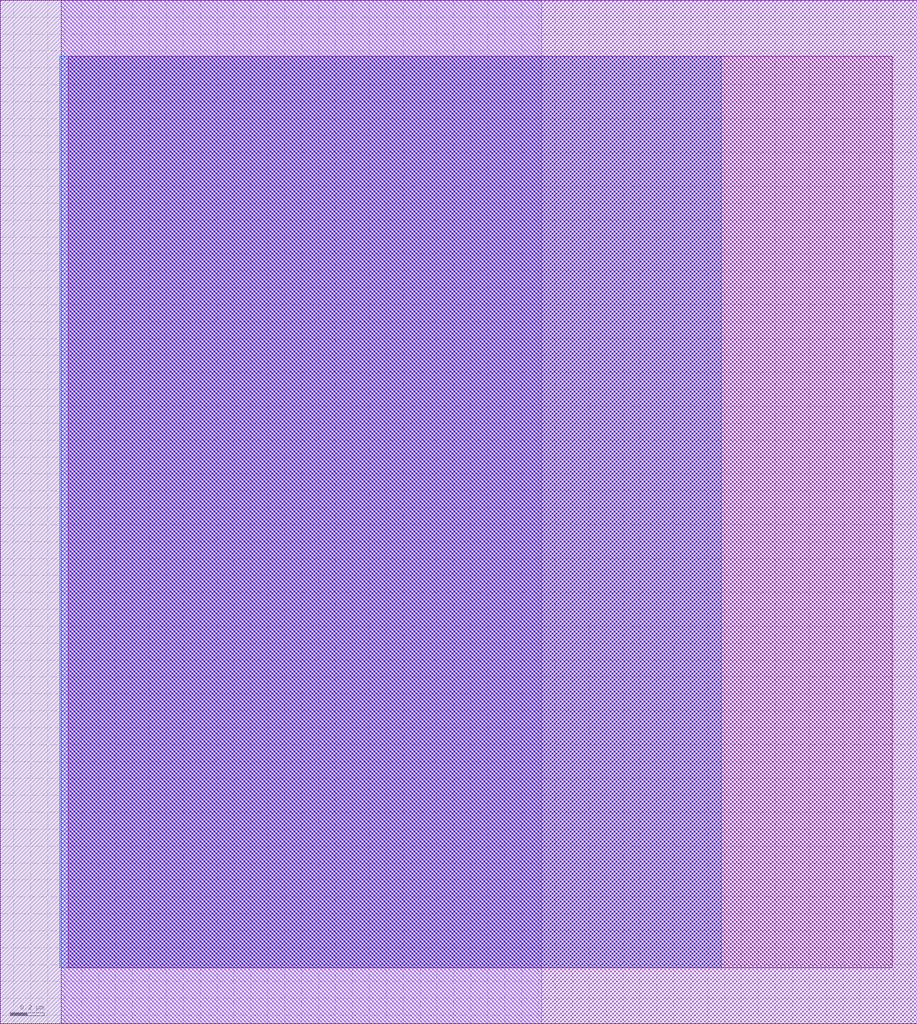
<source format=lef>
VERSION 5.7 ;
  NOWIREEXTENSIONATPIN ON ;
  DIVIDERCHAR "/" ;
  BUSBITCHARS "[]" ;
UNITS
  DATABASE MICRONS 200 ;
END UNITS

LAYER via2
  TYPE CUT ;
END via2

LAYER via
  TYPE CUT ;
END via

LAYER nwell
  TYPE MASTERSLICE ;
END nwell

LAYER via3
  TYPE CUT ;
END via3

LAYER pwell
  TYPE MASTERSLICE ;
END pwell

LAYER via4
  TYPE CUT ;
END via4

LAYER mcon
  TYPE CUT ;
END mcon

LAYER met6
  TYPE ROUTING ;
  WIDTH 0.030000 ;
  SPACING 0.040000 ;
  DIRECTION HORIZONTAL ;
END met6

LAYER met1
  TYPE ROUTING ;
  WIDTH 0.140000 ;
  SPACING 0.140000 ;
  DIRECTION HORIZONTAL ;
END met1

LAYER met3
  TYPE ROUTING ;
  WIDTH 0.300000 ;
  SPACING 0.300000 ;
  DIRECTION HORIZONTAL ;
END met3

LAYER met2
  TYPE ROUTING ;
  WIDTH 0.140000 ;
  SPACING 0.140000 ;
  DIRECTION HORIZONTAL ;
END met2

LAYER met4
  TYPE ROUTING ;
  WIDTH 0.300000 ;
  SPACING 0.300000 ;
  DIRECTION HORIZONTAL ;
END met4

LAYER met5
  TYPE ROUTING ;
  WIDTH 1.600000 ;
  SPACING 1.600000 ;
  DIRECTION HORIZONTAL ;
END met5

LAYER li1
  TYPE ROUTING ;
  WIDTH 0.170000 ;
  SPACING 0.170000 ;
  DIRECTION HORIZONTAL ;
END li1

MACRO sky130_hilas_DoubleTGate01
  CLASS BLOCK ;
  FOREIGN sky130_hilas_DoubleTGate01 ;
  ORIGIN -10.720 -0.050 ;
  SIZE 5.420 BY 6.050 ;
  OBS
      LAYER nwell ;
        RECT 10.720 0.050 13.920 6.100 ;
      LAYER li1 ;
        RECT 11.120 0.380 15.990 5.770 ;
      LAYER met1 ;
        RECT 11.080 0.050 16.140 6.100 ;
      LAYER met2 ;
        RECT 11.070 0.380 14.980 5.770 ;
  END
END sky130_hilas_DoubleTGate01
END LIBRARY


</source>
